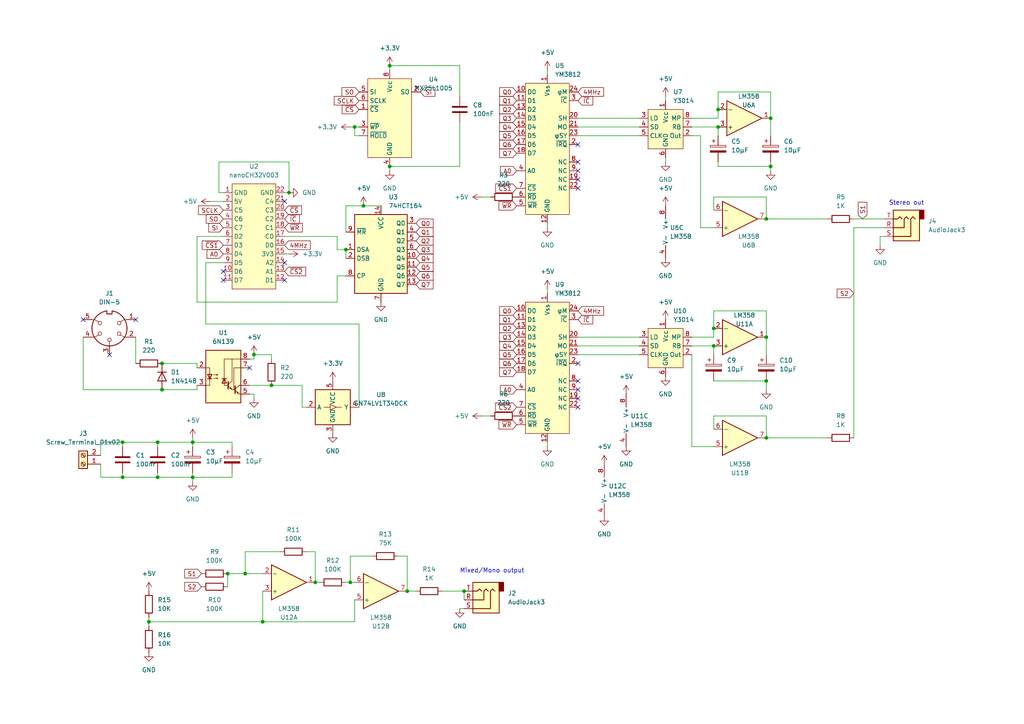
<source format=kicad_sch>
(kicad_sch (version 20230121) (generator eeschema)
  (paper "A4")
  (lib_symbols
    (symbol "74xx:74HC164"
      (property "Reference" "U" (at 1.905 -13.97 0))
      (property "Value" "74HC164" (at 1.905 -16.51 0))
      (symbol "74HC164_0_1"
        (rectangle (start 7.62 10.16) (end -7.62 -12.7) (stroke (width 0.254)) (fill (type background)))
      )
      (symbol "74HC164_1_1"
        (pin input line (at -10.16 0 0) (length 2.54) (name "DSA") (number "1"))
        (pin output line (at 10.16 -2.54 180) (length 2.54) (name "Q4") (number "10"))
        (pin output line (at 10.16 -5.08 180) (length 2.54) (name "Q5") (number "11"))
        (pin output line (at 10.16 -7.62 180) (length 2.54) (name "Q6") (number "12"))
        (pin output line (at 10.16 -10.16 180) (length 2.54) (name "Q7") (number "13"))
        (pin power_in line (at 0 12.7 270) (length 2.54) (name "VCC") (number "14"))
        (pin input line (at -10.16 -2.54 0) (length 2.54) (name "DSB") (number "2"))
        (pin output line (at 10.16 7.62 180) (length 2.54) (name "Q0") (number "3"))
        (pin output line (at 10.16 5.08 180) (length 2.54) (name "Q1") (number "4"))
        (pin output line (at 10.16 2.54 180) (length 2.54) (name "Q2") (number "5"))
        (pin output line (at 10.16 0 180) (length 2.54) (name "Q3") (number "6"))
        (pin power_in line (at 0 -15.24 90) (length 2.54) (name "GND") (number "7"))
        (pin input line (at -10.16 -7.62 0) (length 2.54) (name "CP") (number "8"))
        (pin input line (at -10.16 5.08 0) (length 2.54) (name "~{MR}") (number "9"))
      )
    )
    (symbol "Amplifier_Operational:LM358" (pin_names (offset 0.127))
      (property "Reference" "U" (at 0 5.08 0))
      (property "Value" "LM358" (at 0 -5.08 0))
      (symbol "LM358_1_1"
        (polyline (pts (xy -5.08 5.08) (xy 5.08 0) (xy -5.08 -5.08) (xy -5.08 5.08)) (stroke (width 0.254)) (fill (type background)))
        (pin output line (at 7.62 0 180) (length 2.54) (name "~") (number "1"))
        (pin input line (at -7.62 -2.54 0) (length 2.54) (name "-") (number "2"))
        (pin input line (at -7.62 2.54 0) (length 2.54) (name "+") (number "3"))
      )
      (symbol "LM358_2_1"
        (polyline (pts (xy -5.08 5.08) (xy 5.08 0) (xy -5.08 -5.08) (xy -5.08 5.08)) (stroke (width 0.254)) (fill (type background)))
        (pin input line (at -7.62 2.54 0) (length 2.54) (name "+") (number "5"))
        (pin input line (at -7.62 -2.54 0) (length 2.54) (name "-") (number "6"))
        (pin output line (at 7.62 0 180) (length 2.54) (name "~") (number "7"))
      )
      (symbol "LM358_3_1"
        (pin power_in line (at -2.54 -7.62 90) (length 3.81) (name "V-") (number "4"))
        (pin power_in line (at -2.54 7.62 270) (length 3.81) (name "V+") (number "8"))
      )
    )
    (symbol "Connector:DIN-5" (pin_names (offset 1.016))
      (property "Reference" "J" (at 3.175 5.715 0))
      (property "Value" "DIN-5" (at 0 -6.35 0))
      (symbol "DIN-5_0_1"
        (arc (start -5.08 0) (mid -3.8609 -3.3364) (end -0.762 -5.08) (stroke (width 0.254)))
        (circle (center -2.794 -1.524) (radius 0.508))
        (circle (center -2.794 1.524) (radius 0.508))
        (polyline (pts (xy 0 5.08) (xy 0 3.81)))
        (polyline (pts (xy -5.08 -2.54) (xy -4.318 -2.54) (xy -3.175 -1.905)))
        (polyline (pts (xy -5.08 2.54) (xy -4.318 2.54) (xy -3.175 1.905)))
        (polyline (pts (xy 5.08 -2.54) (xy 4.318 -2.54) (xy 3.175 -1.905)))
        (polyline (pts (xy 5.08 2.54) (xy 4.318 2.54) (xy 3.175 1.905)))
        (polyline (pts (xy -0.762 -4.953) (xy -0.762 -4.191) (xy 0.762 -4.191) (xy 0.762 -4.953)) (stroke (width 0.254)))
        (circle (center 0 3.302) (radius 0.508))
        (arc (start 0.762 -5.08) (mid 3.8685 -3.343) (end 5.08 0) (stroke (width 0.254)))
        (circle (center 2.794 -1.524) (radius 0.508))
        (circle (center 2.794 1.524) (radius 0.508))
        (arc (start 5.08 0) (mid 0 5.0579) (end -5.08 0) (stroke (width 0.254)))
      )
      (symbol "DIN-5_1_1"
        (pin passive line (at -7.62 -2.54 0) (length 2.54) (name "~") (number "1"))
        (pin passive line (at -7.62 2.54 0) (length 2.54) (name "~") (number "2"))
        (pin passive line (at 0 7.62 270) (length 2.54) (name "~") (number "3"))
        (pin passive line (at 7.62 2.54 180) (length 2.54) (name "~") (number "4"))
        (pin passive line (at 7.62 -2.54 180) (length 2.54) (name "~") (number "5"))
      )
    )
    (symbol "Connector:Screw_Terminal_01x02" (pin_names (offset 1.016) hide)
      (property "Reference" "J" (at 0 2.54 0))
      (property "Value" "Screw_Terminal_01x02" (at 0 -5.08 0))
      (symbol "Screw_Terminal_01x02_1_1"
        (rectangle (start -1.27 1.27) (end 1.27 -3.81) (stroke (width 0.254)) (fill (type background)))
        (circle (center 0 -2.54) (radius 0.635) (stroke (width 0.1524)))
        (polyline (pts (xy -0.5334 -2.2098) (xy 0.3302 -3.048)) (stroke (width 0.1524)))
        (polyline (pts (xy -0.5334 0.3302) (xy 0.3302 -0.508)) (stroke (width 0.1524)))
        (polyline (pts (xy -0.3556 -2.032) (xy 0.508 -2.8702)) (stroke (width 0.1524)))
        (polyline (pts (xy -0.3556 0.508) (xy 0.508 -0.3302)) (stroke (width 0.1524)))
        (circle (center 0 0) (radius 0.635) (stroke (width 0.1524)))
        (pin passive line (at -5.08 0 0) (length 3.81) (name "Pin_1") (number "1"))
        (pin passive line (at -5.08 -2.54 0) (length 3.81) (name "Pin_2") (number "2"))
      )
    )
    (symbol "Connector_Audio:AudioJack3"
      (property "Reference" "J" (at 0 8.89 0))
      (property "Value" "AudioJack3" (at 0 6.35 0))
      (symbol "AudioJack3_0_1"
        (rectangle (start -5.08 -5.08) (end -6.35 -2.54) (stroke (width 0.254)) (fill (type outline)))
        (polyline (pts (xy 0 -2.54) (xy 0.635 -3.175) (xy 1.27 -2.54) (xy 2.54 -2.54)) (stroke (width 0.254)))
        (polyline (pts (xy -1.905 -2.54) (xy -1.27 -3.175) (xy -0.635 -2.54) (xy -0.635 0) (xy 2.54 0)) (stroke (width 0.254)))
        (polyline (pts (xy 2.54 2.54) (xy -2.54 2.54) (xy -2.54 -2.54) (xy -3.175 -3.175) (xy -3.81 -2.54)) (stroke (width 0.254)))
        (rectangle (start 2.54 3.81) (end -5.08 -5.08) (stroke (width 0.254)) (fill (type background)))
      )
      (symbol "AudioJack3_1_1"
        (pin passive line (at 5.08 0 180) (length 2.54) (name "~") (number "R"))
        (pin passive line (at 5.08 2.54 180) (length 2.54) (name "~") (number "S"))
        (pin passive line (at 5.08 -2.54 180) (length 2.54) (name "~") (number "T"))
      )
    )
    (symbol "Device:C" (pin_numbers hide) (pin_names (offset 0.254))
      (property "Reference" "C" (at 0.635 2.54 0))
      (property "Value" "C" (at 0.635 -2.54 0))
      (symbol "C_0_1"
        (polyline (pts (xy -2.032 -0.762) (xy 2.032 -0.762)) (stroke (width 0.508)))
        (polyline (pts (xy -2.032 0.762) (xy 2.032 0.762)) (stroke (width 0.508)))
      )
      (symbol "C_1_1"
        (pin passive line (at 0 3.81 270) (length 2.794) (name "~") (number "1"))
        (pin passive line (at 0 -3.81 90) (length 2.794) (name "~") (number "2"))
      )
    )
    (symbol "Device:C_Polarized" (pin_numbers hide) (pin_names (offset 0.254))
      (property "Reference" "C" (at 0.635 2.54 0))
      (property "Value" "C_Polarized" (at 0.635 -2.54 0))
      (symbol "C_Polarized_0_1"
        (rectangle (start -2.286 0.508) (end 2.286 1.016))
        (polyline (pts (xy -1.778 2.286) (xy -0.762 2.286)))
        (polyline (pts (xy -1.27 2.794) (xy -1.27 1.778)))
        (rectangle (start 2.286 -0.508) (end -2.286 -1.016) (fill (type outline)))
      )
      (symbol "C_Polarized_1_1"
        (pin passive line (at 0 3.81 270) (length 2.794) (name "~") (number "1"))
        (pin passive line (at 0 -3.81 90) (length 2.794) (name "~") (number "2"))
      )
    )
    (symbol "Device:R" (pin_numbers hide) (pin_names (offset 0))
      (property "Reference" "R" (at 2.032 0 90))
      (property "Value" "R" (at 0 0 90))
      (symbol "R_0_1"
        (rectangle (start -1.016 -2.54) (end 1.016 2.54) (stroke (width 0.254)))
      )
      (symbol "R_1_1"
        (pin passive line (at 0 3.81 270) (length 1.27) (name "~") (number "1"))
        (pin passive line (at 0 -3.81 90) (length 1.27) (name "~") (number "2"))
      )
    )
    (symbol "Diode:1N4148" (pin_numbers hide) (pin_names hide)
      (property "Reference" "D" (at 0 2.54 0))
      (property "Value" "1N4148" (at 0 -2.54 0))
      (symbol "1N4148_0_1"
        (polyline (pts (xy -1.27 1.27) (xy -1.27 -1.27)) (stroke (width 0.254)))
        (polyline (pts (xy 1.27 0) (xy -1.27 0)))
        (polyline (pts (xy 1.27 1.27) (xy 1.27 -1.27) (xy -1.27 0) (xy 1.27 1.27)) (stroke (width 0.254)))
      )
      (symbol "1N4148_1_1"
        (pin passive line (at -3.81 0 0) (length 2.54) (name "K") (number "1"))
        (pin passive line (at 3.81 0 180) (length 2.54) (name "A") (number "2"))
      )
    )
    (symbol "Isolator:6N139" (pin_names (offset 1.016) hide)
      (property "Reference" "U" (at -4.064 8.89 0))
      (property "Value" "6N139" (at 2.286 8.89 0))
      (symbol "6N139_0_1"
        (rectangle (start -5.08 7.62) (end 5.08 -7.62) (stroke (width 0.254)) (fill (type background)))
        (polyline (pts (xy -4.572 -0.635) (xy -3.302 -0.635)) (stroke (width 0.254)))
        (polyline (pts (xy 0.889 -0.635) (xy -0.381 -0.635)) (stroke (width 0.254)))
        (polyline (pts (xy 1.397 -2.667) (xy 2.54 -3.81)))
        (polyline (pts (xy 1.397 -2.413) (xy 2.54 -1.27)))
        (polyline (pts (xy 2.54 -3.81) (xy 3.175 -3.81)))
        (polyline (pts (xy 3.429 -3.937) (xy 4.572 -5.08)))
        (polyline (pts (xy 3.429 -3.683) (xy 4.572 -2.54)))
        (polyline (pts (xy 4.572 -5.08) (xy 5.08 -5.08)))
        (polyline (pts (xy 4.572 -2.54) (xy 5.08 -2.54)))
        (polyline (pts (xy 1.397 -1.524) (xy 1.397 -3.556) (xy 1.397 -3.556)) (stroke (width 0.3556)))
        (polyline (pts (xy 2.54 -1.27) (xy 2.54 5.08) (xy 5.08 5.08)))
        (polyline (pts (xy 3.429 -2.794) (xy 3.429 -4.826) (xy 3.429 -4.826)) (stroke (width 0.3556)))
        (polyline (pts (xy 5.08 2.54) (xy 3.048 2.54) (xy 3.048 -3.81)))
        (polyline (pts (xy -5.08 -2.54) (xy -3.937 -2.54) (xy -3.937 2.54) (xy -5.08 2.54)))
        (polyline (pts (xy -3.937 -0.635) (xy -4.572 0.635) (xy -3.302 0.635) (xy -3.937 -0.635)) (stroke (width 0.254)))
        (polyline (pts (xy 0.254 -0.635) (xy 0.889 -1.905) (xy -0.381 -1.905) (xy 0.254 -0.635)) (stroke (width 0.254)))
        (polyline (pts (xy 1.27 -2.54) (xy 0.254 -2.54) (xy 0.254 5.08) (xy 2.54 5.08)))
        (polyline (pts (xy 2.413 -3.683) (xy 2.159 -3.175) (xy 1.905 -3.429) (xy 2.413 -3.683)))
        (polyline (pts (xy 4.445 -4.953) (xy 4.191 -4.445) (xy 3.937 -4.699) (xy 4.445 -4.953)))
        (polyline (pts (xy -2.794 -0.508) (xy -1.524 -0.508) (xy -1.905 -0.635) (xy -1.905 -0.381) (xy -1.524 -0.508)))
        (polyline (pts (xy -2.794 0.508) (xy -1.524 0.508) (xy -1.905 0.381) (xy -1.905 0.635) (xy -1.524 0.508)))
      )
      (symbol "6N139_1_1"
        (pin no_connect line (at -5.08 5.08 0) (length 2.54) hide (name "NC") (number "1"))
        (pin passive line (at -7.62 2.54 0) (length 2.54) (name "C1") (number "2"))
        (pin passive line (at -7.62 -2.54 0) (length 2.54) (name "C2") (number "3"))
        (pin no_connect line (at -5.08 -5.08 0) (length 2.54) hide (name "NC") (number "4"))
        (pin passive line (at 7.62 -5.08 180) (length 2.54) (name "GND") (number "5"))
        (pin passive line (at 7.62 -2.54 180) (length 2.54) (name "VO2") (number "6"))
        (pin passive line (at 7.62 2.54 180) (length 2.54) (name "VO1") (number "7"))
        (pin passive line (at 7.62 5.08 180) (length 2.54) (name "VCC") (number "8"))
      )
    )
    (symbol "Logic_LevelTranslator:SN74LV1T34DCK"
      (property "Reference" "U" (at 5.08 6.35 0))
      (property "Value" "SN74LV1T34DCK" (at 5.08 3.81 0))
      (symbol "SN74LV1T34DCK_0_1"
        (rectangle (start -5.08 5.08) (end 5.08 -5.08) (stroke (width 0.254)) (fill (type background)))
        (polyline (pts (xy -0.762 0) (xy -2.54 0)))
        (polyline (pts (xy 1.016 0) (xy 2.54 0)))
      )
      (symbol "SN74LV1T34DCK_1_1"
        (polyline (pts (xy -0.762 -0.762) (xy -0.762 0.762) (xy 1.016 0) (xy -0.762 -0.762)))
        (pin no_connect line (at -5.08 2.54 0) (length 2.54) hide (name "NC") (number "1"))
        (pin input line (at -7.62 0 0) (length 2.54) (name "A") (number "2"))
        (pin power_in line (at 0 -7.62 90) (length 2.54) (name "GND") (number "3"))
        (pin output line (at 7.62 0 180) (length 2.54) (name "Y") (number "4"))
        (pin power_in line (at 0 7.62 270) (length 2.54) (name "VCC") (number "5"))
      )
    )
    (symbol "TholinsStuff:MX25L1005"
      (property "Reference" "U" (at 0 0 0))
      (property "Value" "MX25L1005" (at 0 0 0))
      (symbol "MX25L1005_0_1"
        (rectangle (start -6.35 -3.81) (end 6.35 -26.67) (fill (type background)))
      )
      (symbol "MX25L1005_1_1"
        (pin input line (at -8.89 -12.7 0) (length 2.54) (name "~{CS}") (number "1"))
        (pin output line (at 8.89 -7.62 180) (length 2.54) (name "SO") (number "2"))
        (pin input line (at -8.89 -17.78 0) (length 2.54) (name "~{WP}") (number "3"))
        (pin input line (at 0 -29.21 90) (length 2.54) (name "GND") (number "4"))
        (pin input line (at -8.89 -7.62 0) (length 2.54) (name "SI") (number "5"))
        (pin input line (at -8.89 -10.16 0) (length 2.54) (name "SCLK") (number "6"))
        (pin input line (at -8.89 -20.32 0) (length 2.54) (name "~{HOLD}") (number "7"))
        (pin input line (at 0 -1.27 270) (length 2.54) (name "Vcc") (number "8"))
      )
    )
    (symbol "TholinsStuff:Y3014"
      (property "Reference" "U" (at 0 0 0))
      (property "Value" "Y3014" (at 0 0 0))
      (symbol "Y3014_1_1"
        (rectangle (start -5.08 -3.81) (end 5.08 -15.24) (fill (type background)))
        (pin power_in line (at 0 -1.27 270) (length 2.54) (name "Vcc") (number "1"))
        (pin output line (at 7.62 -11.43 180) (length 2.54) (name "Out") (number "2"))
        (pin input line (at -7.62 -6.35 0) (length 2.54) (name "LD") (number "3"))
        (pin input line (at -7.62 -8.89 0) (length 2.54) (name "SD") (number "4"))
        (pin input line (at -7.62 -11.43 0) (length 2.54) (name "CLK") (number "5"))
        (pin power_in line (at 0 -17.78 90) (length 2.54) (name "GND") (number "6"))
        (pin output line (at 7.62 -8.89 180) (length 2.54) (name "RB") (number "7"))
        (pin input line (at 7.62 -6.35 180) (length 2.54) (name "MP") (number "8"))
      )
    )
    (symbol "TholinsStuff:YM3812"
      (property "Reference" "U" (at 0 0 0))
      (property "Value" "YM3812" (at 0 0 0))
      (symbol "YM3812_1_1"
        (rectangle (start -6.35 -3.81) (end 6.35 -41.91) (fill (type background)))
        (pin power_in line (at 0 -1.27 270) (length 2.54) (name "Vss") (number "1"))
        (pin tri_state line (at -8.89 -6.35 0) (length 2.54) (name "D0") (number "10"))
        (pin tri_state line (at -8.89 -8.89 0) (length 2.54) (name "D1") (number "11"))
        (pin power_in line (at 0 -44.45 90) (length 2.54) (name "GND") (number "12"))
        (pin tri_state line (at -8.89 -11.43 0) (length 2.54) (name "D2") (number "13"))
        (pin tri_state line (at -8.89 -13.97 0) (length 2.54) (name "D3") (number "14"))
        (pin tri_state line (at -8.89 -16.51 0) (length 2.54) (name "D4") (number "15"))
        (pin tri_state line (at -8.89 -19.05 0) (length 2.54) (name "D5") (number "16"))
        (pin tri_state line (at -8.89 -21.59 0) (length 2.54) (name "D6") (number "17"))
        (pin tri_state line (at -8.89 -24.13 0) (length 2.54) (name "D7") (number "18"))
        (pin passive line (at 8.89 -31.75 180) (length 2.54) (name "NC") (number "19"))
        (pin output line (at 8.89 -21.59 180) (length 2.54) (name "~{IRQ}") (number "2"))
        (pin output line (at 8.89 -13.97 180) (length 2.54) (name "SH") (number "20"))
        (pin output line (at 8.89 -16.51 180) (length 2.54) (name "MO") (number "21"))
        (pin passive line (at 8.89 -34.29 180) (length 2.54) (name "NC") (number "22"))
        (pin output line (at 8.89 -19.05 180) (length 2.54) (name "φSY") (number "23"))
        (pin input line (at 8.89 -6.35 180) (length 2.54) (name "φM") (number "24"))
        (pin input line (at 8.89 -8.89 180) (length 2.54) (name "~{IC}") (number "3"))
        (pin input line (at -8.89 -29.21 0) (length 2.54) (name "A0") (number "4"))
        (pin input line (at -8.89 -39.37 0) (length 2.54) (name "~{WR}") (number "5"))
        (pin input line (at -8.89 -36.83 0) (length 2.54) (name "~{RD}") (number "6"))
        (pin input line (at -8.89 -34.29 0) (length 2.54) (name "~{CS}") (number "7"))
        (pin passive line (at 8.89 -26.67 180) (length 2.54) (name "NC") (number "8"))
        (pin passive line (at 8.89 -29.21 180) (length 2.54) (name "NC") (number "9"))
      )
    )
    (symbol "TholinsStuff:nanoCH32V003"
      (property "Reference" "U" (at 0 0 0))
      (property "Value" "nanoCH32V003" (at 0 0 0))
      (symbol "nanoCH32V003_1_1"
        (rectangle (start -6.35 -1.27) (end 6.35 -31.75) (fill (type background)))
        (pin power_in line (at -8.89 -3.81 0) (length 2.54) (name "GND") (number "1"))
        (pin tri_state line (at -8.89 -26.67 0) (length 2.54) (name "D6") (number "10"))
        (pin tri_state line (at -8.89 -29.21 0) (length 2.54) (name "D7") (number "11"))
        (pin tri_state line (at 8.89 -29.21 180) (length 2.54) (name "D1") (number "12"))
        (pin tri_state line (at 8.89 -26.67 180) (length 2.54) (name "A1") (number "13"))
        (pin tri_state line (at 8.89 -24.13 180) (length 2.54) (name "A2") (number "14"))
        (pin power_out line (at 8.89 -21.59 180) (length 2.54) (name "3V3") (number "15"))
        (pin tri_state line (at 8.89 -19.05 180) (length 2.54) (name "D0") (number "16"))
        (pin tri_state line (at 8.89 -16.51 180) (length 2.54) (name "C0") (number "17"))
        (pin tri_state line (at 8.89 -13.97 180) (length 2.54) (name "C1") (number "18"))
        (pin tri_state line (at 8.89 -11.43 180) (length 2.54) (name "C2") (number "19"))
        (pin power_in line (at -8.89 -6.35 0) (length 2.54) (name "5V") (number "2"))
        (pin tri_state line (at 8.89 -8.89 180) (length 2.54) (name "C3") (number "20"))
        (pin tri_state line (at 8.89 -6.35 180) (length 2.54) (name "C4") (number "21"))
        (pin power_in line (at 8.89 -3.81 180) (length 2.54) (name "GND") (number "22"))
        (pin tri_state line (at -8.89 -8.89 0) (length 2.54) (name "C5") (number "3"))
        (pin tri_state line (at -8.89 -11.43 0) (length 2.54) (name "C6") (number "4"))
        (pin tri_state line (at -8.89 -13.97 0) (length 2.54) (name "C7") (number "5"))
        (pin tri_state line (at -8.89 -16.51 0) (length 2.54) (name "D2") (number "6"))
        (pin tri_state line (at -8.89 -19.05 0) (length 2.54) (name "D3") (number "7"))
        (pin tri_state line (at -8.89 -21.59 0) (length 2.54) (name "D4") (number "8"))
        (pin tri_state line (at -8.89 -24.13 0) (length 2.54) (name "D5") (number "9"))
      )
    )
    (symbol "power:+3.3V" (power) (pin_names (offset 0))
      (property "Value" "+3.3V" (at 0 3.556 0))
      (symbol "+3.3V_0_1"
        (polyline (pts (xy -0.762 1.27) (xy 0 2.54)))
        (polyline (pts (xy 0 0) (xy 0 2.54)))
        (polyline (pts (xy 0 2.54) (xy 0.762 1.27)))
      )
      (symbol "+3.3V_1_1"
        (pin power_in line (at 0 0 90) (length 0) hide (name "+3.3V") (number "1"))
      )
    )
    (symbol "power:+5V" (power) (pin_names (offset 0))
      (property "Value" "+5V" (at 0 3.556 0))
      (symbol "+5V_0_1"
        (polyline (pts (xy -0.762 1.27) (xy 0 2.54)))
        (polyline (pts (xy 0 0) (xy 0 2.54)))
        (polyline (pts (xy 0 2.54) (xy 0.762 1.27)))
      )
      (symbol "+5V_1_1"
        (pin power_in line (at 0 0 90) (length 0) hide (name "+5V") (number "1"))
      )
    )
    (symbol "power:GND" (power) (pin_names (offset 0))
      (property "Value" "GND" (at 0 -3.81 0))
      (symbol "GND_0_1"
        (polyline (pts (xy 0 0) (xy 0 -1.27) (xy 1.27 -1.27) (xy 0 -2.54) (xy -1.27 -1.27) (xy 0 -1.27)))
      )
      (symbol "GND_1_1"
        (pin power_in line (at 0 0 270) (length 0) hide (name "GND") (number "1"))
      )
    )
  )
  (junction (at 66.04 166.37))
  (junction (at 222.25 110.49))
  (junction (at 55.88 138.43))
  (junction (at 83.82 55.88))
  (junction (at 71.12 166.37))
  (junction (at 223.52 48.26))
  (junction (at 55.88 128.27))
  (junction (at 113.03 48.26))
  (junction (at 134.62 171.45))
  (junction (at 207.01 100.33))
  (junction (at 102.87 36.83))
  (junction (at 223.52 34.29))
  (junction (at 43.18 180.34))
  (junction (at 118.11 171.45))
  (junction (at 207.01 95.25))
  (junction (at 222.25 127))
  (junction (at 35.56 138.43))
  (junction (at 46.99 105.41))
  (junction (at 76.2 180.34))
  (junction (at 78.74 111.76))
  (junction (at 45.72 128.27))
  (junction (at 45.72 138.43))
  (junction (at 100.33 72.39))
  (junction (at 113.03 19.05))
  (junction (at 35.56 128.27))
  (junction (at 101.6 168.91))
  (junction (at 73.66 102.87))
  (junction (at 222.25 63.5))
  (junction (at 208.28 36.83))
  (junction (at 105.41 59.69))
  (junction (at 46.99 113.03))
  (junction (at 222.25 97.79))
  (junction (at 91.44 168.91))
  (junction (at 208.28 31.75))
  (no_connect (at 167.64 105.41))
  (no_connect (at 167.64 54.61))
  (no_connect (at 82.55 76.2))
  (no_connect (at 31.75 102.87))
  (no_connect (at 167.64 46.99))
  (no_connect (at 167.64 110.49))
  (no_connect (at 64.77 81.28))
  (no_connect (at 167.64 118.11))
  (no_connect (at 167.64 113.03))
  (no_connect (at 82.55 58.42))
  (no_connect (at 72.39 106.68))
  (no_connect (at 167.64 115.57))
  (no_connect (at 24.13 92.71))
  (no_connect (at 64.77 78.74))
  (no_connect (at 167.64 52.07))
  (no_connect (at 167.64 49.53))
  (no_connect (at 39.37 92.71))
  (no_connect (at 82.55 81.28))
  (no_connect (at 167.64 41.91))
  (wire (pts (xy 134.62 173.99) (xy 134.62 171.45)))
  (wire (pts (xy 59.69 93.98) (xy 104.14 93.98)))
  (wire (pts (xy 104.14 93.98) (xy 104.14 118.11)))
  (wire (pts (xy 87.63 111.76) (xy 87.63 118.11)))
  (wire (pts (xy 203.2 39.37) (xy 203.2 66.04)))
  (wire (pts (xy 247.65 63.5) (xy 256.54 63.5)))
  (wire (pts (xy 35.56 128.27) (xy 45.72 128.27)))
  (wire (pts (xy 97.79 87.63) (xy 97.79 80.01)))
  (wire (pts (xy 82.55 55.88) (xy 83.82 55.88)))
  (wire (pts (xy 64.77 68.58) (xy 57.15 68.58)))
  (wire (pts (xy 118.11 171.45) (xy 120.65 171.45)))
  (wire (pts (xy 97.79 68.58) (xy 97.79 72.39)))
  (wire (pts (xy 200.66 100.33) (xy 207.01 100.33)))
  (wire (pts (xy 91.44 160.02) (xy 91.44 168.91)))
  (wire (pts (xy 207.01 90.17) (xy 207.01 95.25)))
  (wire (pts (xy 158.75 66.04) (xy 158.75 64.77)))
  (wire (pts (xy 222.25 113.03) (xy 222.25 110.49)))
  (wire (pts (xy 29.21 138.43) (xy 35.56 138.43)))
  (wire (pts (xy 223.52 34.29) (xy 223.52 26.67)))
  (wire (pts (xy 223.52 48.26) (xy 223.52 49.53)))
  (wire (pts (xy 45.72 137.16) (xy 45.72 138.43)))
  (wire (pts (xy 73.66 102.87) (xy 78.74 102.87)))
  (wire (pts (xy 102.87 180.34) (xy 76.2 180.34)))
  (wire (pts (xy 57.15 113.03) (xy 57.15 111.76)))
  (wire (pts (xy 67.31 138.43) (xy 55.88 138.43)))
  (wire (pts (xy 222.25 127) (xy 240.03 127)))
  (wire (pts (xy 222.25 120.65) (xy 222.25 127)))
  (wire (pts (xy 142.24 120.65) (xy 139.7 120.65)))
  (wire (pts (xy 107.95 161.29) (xy 101.6 161.29)))
  (wire (pts (xy 82.55 68.58) (xy 97.79 68.58)))
  (wire (pts (xy 29.21 134.62) (xy 29.21 138.43)))
  (wire (pts (xy 255.27 71.12) (xy 255.27 68.58)))
  (wire (pts (xy 207.01 124.46) (xy 207.01 120.65)))
  (wire (pts (xy 223.52 26.67) (xy 208.28 26.67)))
  (wire (pts (xy 208.28 26.67) (xy 208.28 31.75)))
  (wire (pts (xy 167.64 39.37) (xy 185.42 39.37)))
  (wire (pts (xy 39.37 97.79) (xy 39.37 105.41)))
  (wire (pts (xy 193.04 45.72) (xy 193.04 46.99)))
  (wire (pts (xy 35.56 137.16) (xy 35.56 138.43)))
  (wire (pts (xy 67.31 129.54) (xy 67.31 128.27)))
  (wire (pts (xy 133.35 176.53) (xy 134.62 176.53)))
  (wire (pts (xy 100.33 72.39) (xy 100.33 74.93)))
  (wire (pts (xy 100.33 67.31) (xy 100.33 59.69)))
  (wire (pts (xy 97.79 80.01) (xy 100.33 80.01)))
  (wire (pts (xy 60.96 58.42) (xy 64.77 58.42)))
  (wire (pts (xy 133.35 48.26) (xy 113.03 48.26)))
  (wire (pts (xy 57.15 68.58) (xy 57.15 87.63)))
  (wire (pts (xy 73.66 102.87) (xy 73.66 104.14)))
  (wire (pts (xy 200.66 97.79) (xy 207.01 97.79)))
  (wire (pts (xy 83.82 46.99) (xy 83.82 55.88)))
  (wire (pts (xy 45.72 128.27) (xy 55.88 128.27)))
  (wire (pts (xy 29.21 132.08) (xy 29.21 128.27)))
  (wire (pts (xy 222.25 57.15) (xy 207.01 57.15)))
  (wire (pts (xy 200.66 39.37) (xy 203.2 39.37)))
  (wire (pts (xy 104.14 39.37) (xy 102.87 39.37)))
  (wire (pts (xy 101.6 36.83) (xy 102.87 36.83)))
  (wire (pts (xy 158.75 129.54) (xy 158.75 128.27)))
  (wire (pts (xy 88.9 160.02) (xy 91.44 160.02)))
  (wire (pts (xy 200.66 129.54) (xy 207.01 129.54)))
  (wire (pts (xy 72.39 111.76) (xy 78.74 111.76)))
  (wire (pts (xy 133.35 27.94) (xy 133.35 19.05)))
  (wire (pts (xy 78.74 102.87) (xy 78.74 104.14)))
  (wire (pts (xy 207.01 57.15) (xy 207.01 60.96)))
  (wire (pts (xy 208.28 46.99) (xy 208.28 48.26)))
  (wire (pts (xy 200.66 102.87) (xy 200.66 129.54)))
  (wire (pts (xy 167.64 36.83) (xy 185.42 36.83)))
  (wire (pts (xy 76.2 171.45) (xy 76.2 180.34)))
  (wire (pts (xy 66.04 166.37) (xy 66.04 170.18)))
  (wire (pts (xy 207.01 120.65) (xy 222.25 120.65)))
  (wire (pts (xy 59.69 76.2) (xy 59.69 93.98)))
  (wire (pts (xy 113.03 19.05) (xy 113.03 20.32)))
  (wire (pts (xy 167.64 100.33) (xy 185.42 100.33)))
  (wire (pts (xy 71.12 160.02) (xy 71.12 166.37)))
  (wire (pts (xy 142.24 57.15) (xy 139.7 57.15)))
  (wire (pts (xy 133.35 35.56) (xy 133.35 48.26)))
  (wire (pts (xy 76.2 180.34) (xy 43.18 180.34)))
  (wire (pts (xy 247.65 66.04) (xy 247.65 127)))
  (wire (pts (xy 255.27 68.58) (xy 256.54 68.58)))
  (wire (pts (xy 134.62 171.45) (xy 128.27 171.45)))
  (wire (pts (xy 167.64 97.79) (xy 185.42 97.79)))
  (wire (pts (xy 158.75 83.82) (xy 158.75 85.09)))
  (wire (pts (xy 200.66 36.83) (xy 208.28 36.83)))
  (wire (pts (xy 115.57 161.29) (xy 118.11 161.29)))
  (wire (pts (xy 222.25 97.79) (xy 222.25 90.17)))
  (wire (pts (xy 102.87 39.37) (xy 102.87 36.83)))
  (wire (pts (xy 73.66 104.14) (xy 72.39 104.14)))
  (wire (pts (xy 46.99 113.03) (xy 57.15 113.03)))
  (wire (pts (xy 45.72 138.43) (xy 55.88 138.43)))
  (wire (pts (xy 73.66 114.3) (xy 73.66 115.57)))
  (wire (pts (xy 71.12 166.37) (xy 66.04 166.37)))
  (wire (pts (xy 102.87 173.99) (xy 102.87 180.34)))
  (wire (pts (xy 45.72 128.27) (xy 45.72 129.54)))
  (wire (pts (xy 82.55 73.66) (xy 83.82 73.66)))
  (wire (pts (xy 64.77 55.88) (xy 63.5 55.88)))
  (wire (pts (xy 63.5 55.88) (xy 63.5 46.99)))
  (wire (pts (xy 222.25 63.5) (xy 240.03 63.5)))
  (wire (pts (xy 87.63 111.76) (xy 78.74 111.76)))
  (wire (pts (xy 57.15 87.63) (xy 97.79 87.63)))
  (wire (pts (xy 118.11 161.29) (xy 118.11 171.45)))
  (wire (pts (xy 158.75 20.32) (xy 158.75 21.59)))
  (wire (pts (xy 208.28 36.83) (xy 208.28 39.37)))
  (wire (pts (xy 76.2 166.37) (xy 71.12 166.37)))
  (wire (pts (xy 55.88 138.43) (xy 55.88 139.7)))
  (wire (pts (xy 46.99 105.41) (xy 57.15 105.41)))
  (wire (pts (xy 57.15 105.41) (xy 57.15 106.68)))
  (wire (pts (xy 113.03 48.26) (xy 113.03 49.53)))
  (wire (pts (xy 102.87 168.91) (xy 101.6 168.91)))
  (wire (pts (xy 203.2 66.04) (xy 207.01 66.04)))
  (wire (pts (xy 256.54 66.04) (xy 247.65 66.04)))
  (wire (pts (xy 67.31 128.27) (xy 55.88 128.27)))
  (wire (pts (xy 29.21 128.27) (xy 35.56 128.27)))
  (wire (pts (xy 24.13 113.03) (xy 46.99 113.03)))
  (wire (pts (xy 207.01 97.79) (xy 207.01 95.25)))
  (wire (pts (xy 35.56 138.43) (xy 45.72 138.43)))
  (wire (pts (xy 55.88 127) (xy 55.88 128.27)))
  (wire (pts (xy 167.64 34.29) (xy 185.42 34.29)))
  (wire (pts (xy 208.28 48.26) (xy 223.52 48.26)))
  (wire (pts (xy 193.04 27.94) (xy 193.04 29.21)))
  (wire (pts (xy 55.88 128.27) (xy 55.88 129.54)))
  (wire (pts (xy 81.28 160.02) (xy 71.12 160.02)))
  (wire (pts (xy 35.56 129.54) (xy 35.56 128.27)))
  (wire (pts (xy 200.66 34.29) (xy 208.28 34.29)))
  (wire (pts (xy 64.77 76.2) (xy 59.69 76.2)))
  (wire (pts (xy 223.52 46.99) (xy 223.52 48.26)))
  (wire (pts (xy 208.28 34.29) (xy 208.28 31.75)))
  (wire (pts (xy 133.35 19.05) (xy 113.03 19.05)))
  (wire (pts (xy 97.79 72.39) (xy 100.33 72.39)))
  (wire (pts (xy 67.31 137.16) (xy 67.31 138.43)))
  (wire (pts (xy 223.52 34.29) (xy 223.52 39.37)))
  (wire (pts (xy 207.01 100.33) (xy 207.01 102.87)))
  (wire (pts (xy 222.25 110.49) (xy 207.01 110.49)))
  (wire (pts (xy 100.33 59.69) (xy 105.41 59.69)))
  (wire (pts (xy 63.5 46.99) (xy 83.82 46.99)))
  (wire (pts (xy 105.41 59.69) (xy 110.49 59.69)))
  (wire (pts (xy 167.64 102.87) (xy 185.42 102.87)))
  (wire (pts (xy 72.39 114.3) (xy 73.66 114.3)))
  (wire (pts (xy 102.87 36.83) (xy 104.14 36.83)))
  (wire (pts (xy 222.25 63.5) (xy 222.25 57.15)))
  (wire (pts (xy 222.25 97.79) (xy 222.25 102.87)))
  (wire (pts (xy 43.18 179.07) (xy 43.18 180.34)))
  (wire (pts (xy 91.44 168.91) (xy 92.71 168.91)))
  (wire (pts (xy 24.13 97.79) (xy 24.13 113.03)))
  (wire (pts (xy 222.25 90.17) (xy 207.01 90.17)))
  (wire (pts (xy 87.63 118.11) (xy 88.9 118.11)))
  (wire (pts (xy 43.18 180.34) (xy 43.18 181.61)))
  (wire (pts (xy 101.6 168.91) (xy 100.33 168.91)))
  (wire (pts (xy 101.6 161.29) (xy 101.6 168.91)))
  (wire (pts (xy 55.88 137.16) (xy 55.88 138.43)))
  (text "Mixed/Mono output" (at 133.35 166.37 0) (effects (font (size 1.27 1.27)) (justify left bottom)))
  (text "Stereo out" (at 257.81 59.69 0) (effects (font (size 1.27 1.27)) (justify left bottom)))
  (global_label "Q0" (shape input) (at 149.86 90.17 180) (property "Intersheetrefs" "${INTERSHEET_REFS}" (effects hide)))
  (global_label "Q3" (shape input) (at 149.86 34.29 180) (property "Intersheetrefs" "${INTERSHEET_REFS}" (effects hide)))
  (global_label "SI" (shape input) (at 121.92 26.67 0) (property "Intersheetrefs" "${INTERSHEET_REFS}" (effects hide)))
  (global_label "~{CS1}" (shape input) (at 64.77 71.12 180) (property "Intersheetrefs" "${INTERSHEET_REFS}" (effects hide)))
  (global_label "SO" (shape input) (at 104.14 26.67 180) (property "Intersheetrefs" "${INTERSHEET_REFS}" (effects hide)))
  (global_label "Q1" (shape input) (at 120.65 67.31 0) (property "Intersheetrefs" "${INTERSHEET_REFS}" (effects hide)))
  (global_label "Q3" (shape input) (at 149.86 97.79 180) (property "Intersheetrefs" "${INTERSHEET_REFS}" (effects hide)))
  (global_label "~{CS2}" (shape input) (at 149.86 118.11 180) (property "Intersheetrefs" "${INTERSHEET_REFS}" (effects hide)))
  (global_label "~{WR}" (shape input) (at 82.55 66.04 0) (property "Intersheetrefs" "${INTERSHEET_REFS}" (effects hide)))
  (global_label "Q2" (shape input) (at 149.86 95.25 180) (property "Intersheetrefs" "${INTERSHEET_REFS}" (effects hide)))
  (global_label "SCLK" (shape input) (at 64.77 60.96 180) (property "Intersheetrefs" "${INTERSHEET_REFS}" (effects hide)))
  (global_label "Q7" (shape input) (at 149.86 107.95 180) (property "Intersheetrefs" "${INTERSHEET_REFS}" (effects hide)))
  (global_label "S1" (shape input) (at 250.19 63.5 90) (property "Intersheetrefs" "${INTERSHEET_REFS}" (effects hide)))
  (global_label "Q1" (shape input) (at 149.86 92.71 180) (property "Intersheetrefs" "${INTERSHEET_REFS}" (effects hide)))
  (global_label "Q5" (shape input) (at 120.65 77.47 0) (property "Intersheetrefs" "${INTERSHEET_REFS}" (effects hide)))
  (global_label "Q6" (shape input) (at 120.65 80.01 0) (property "Intersheetrefs" "${INTERSHEET_REFS}" (effects hide)))
  (global_label "~{CS2}" (shape input) (at 82.55 78.74 0) (property "Intersheetrefs" "${INTERSHEET_REFS}" (effects hide)))
  (global_label "Q4" (shape input) (at 149.86 36.83 180) (property "Intersheetrefs" "${INTERSHEET_REFS}" (effects hide)))
  (global_label "Q2" (shape input) (at 120.65 69.85 0) (property "Intersheetrefs" "${INTERSHEET_REFS}" (effects hide)))
  (global_label "Q3" (shape input) (at 120.65 72.39 0) (property "Intersheetrefs" "${INTERSHEET_REFS}" (effects hide)))
  (global_label "Q1" (shape input) (at 149.86 29.21 180) (property "Intersheetrefs" "${INTERSHEET_REFS}" (effects hide)))
  (global_label "Q2" (shape input) (at 149.86 31.75 180) (property "Intersheetrefs" "${INTERSHEET_REFS}" (effects hide)))
  (global_label "SCLK" (shape input) (at 104.14 29.21 180) (property "Intersheetrefs" "${INTERSHEET_REFS}" (effects hide)))
  (global_label "Q0" (shape input) (at 120.65 64.77 0) (property "Intersheetrefs" "${INTERSHEET_REFS}" (effects hide)))
  (global_label "SI" (shape input) (at 64.77 66.04 180) (property "Intersheetrefs" "${INTERSHEET_REFS}" (effects hide)))
  (global_label "S2" (shape input) (at 247.65 85.09 180) (property "Intersheetrefs" "${INTERSHEET_REFS}" (effects hide)))
  (global_label "A0" (shape input) (at 149.86 113.03 180) (property "Intersheetrefs" "${INTERSHEET_REFS}" (effects hide)))
  (global_label "Q6" (shape input) (at 149.86 41.91 180) (property "Intersheetrefs" "${INTERSHEET_REFS}" (effects hide)))
  (global_label "Q0" (shape input) (at 149.86 26.67 180) (property "Intersheetrefs" "${INTERSHEET_REFS}" (effects hide)))
  (global_label "4MHz" (shape input) (at 82.55 71.12 0) (property "Intersheetrefs" "${INTERSHEET_REFS}" (effects hide)))
  (global_label "~{IC}" (shape input) (at 167.64 29.21 0) (property "Intersheetrefs" "${INTERSHEET_REFS}" (effects hide)))
  (global_label "S1" (shape input) (at 58.42 166.37 180) (property "Intersheetrefs" "${INTERSHEET_REFS}" (effects hide)))
  (global_label "4MHz" (shape input) (at 167.64 26.67 0) (property "Intersheetrefs" "${INTERSHEET_REFS}" (effects hide)))
  (global_label "~{CS}" (shape input) (at 104.14 31.75 180) (property "Intersheetrefs" "${INTERSHEET_REFS}" (effects hide)))
  (global_label "~{WR}" (shape input) (at 149.86 123.19 180) (property "Intersheetrefs" "${INTERSHEET_REFS}" (effects hide)))
  (global_label "~{WR}" (shape input) (at 149.86 59.69 180) (property "Intersheetrefs" "${INTERSHEET_REFS}" (effects hide)))
  (global_label "SO" (shape input) (at 64.77 63.5 180) (property "Intersheetrefs" "${INTERSHEET_REFS}" (effects hide)))
  (global_label "Q6" (shape input) (at 149.86 105.41 180) (property "Intersheetrefs" "${INTERSHEET_REFS}" (effects hide)))
  (global_label "Q5" (shape input) (at 149.86 102.87 180) (property "Intersheetrefs" "${INTERSHEET_REFS}" (effects hide)))
  (global_label "~{CS1}" (shape input) (at 149.86 54.61 180) (property "Intersheetrefs" "${INTERSHEET_REFS}" (effects hide)))
  (global_label "Q4" (shape input) (at 120.65 74.93 0) (property "Intersheetrefs" "${INTERSHEET_REFS}" (effects hide)))
  (global_label "Q7" (shape input) (at 120.65 82.55 0) (property "Intersheetrefs" "${INTERSHEET_REFS}" (effects hide)))
  (global_label "Q7" (shape input) (at 149.86 44.45 180) (property "Intersheetrefs" "${INTERSHEET_REFS}" (effects hide)))
  (global_label "4MHz" (shape input) (at 167.64 90.17 0) (property "Intersheetrefs" "${INTERSHEET_REFS}" (effects hide)))
  (global_label "Q5" (shape input) (at 149.86 39.37 180) (property "Intersheetrefs" "${INTERSHEET_REFS}" (effects hide)))
  (global_label "A0" (shape input) (at 149.86 49.53 180) (property "Intersheetrefs" "${INTERSHEET_REFS}" (effects hide)))
  (global_label "S2" (shape input) (at 58.42 170.18 180) (property "Intersheetrefs" "${INTERSHEET_REFS}" (effects hide)))
  (global_label "A0" (shape input) (at 64.77 73.66 180) (property "Intersheetrefs" "${INTERSHEET_REFS}" (effects hide)))
  (global_label "~{CS}" (shape input) (at 82.55 60.96 0) (property "Intersheetrefs" "${INTERSHEET_REFS}" (effects hide)))
  (global_label "Q4" (shape input) (at 149.86 100.33 180) (property "Intersheetrefs" "${INTERSHEET_REFS}" (effects hide)))
  (global_label "~{IC}" (shape input) (at 82.55 63.5 0) (property "Intersheetrefs" "${INTERSHEET_REFS}" (effects hide)))
  (global_label "~{IC}" (shape input) (at 167.64 92.71 0) (property "Intersheetrefs" "${INTERSHEET_REFS}" (effects hide)))
  (symbol (lib_id "power:+3.3V") (at 101.6 36.83 90) (unit 1)
    (property "Reference" "#PWR08" (effects hide))
    (property "Value" "+3.3V" (at 97.79 36.83 90) (effects (justify left)))
  )
  (symbol (lib_id "power:+5V") (at 105.41 59.69 0) (unit 1)
    (property "Reference" "#PWR02" (effects hide))
    (property "Value" "+5V" (at 105.41 54.61 0))
  )
  (symbol (lib_id "Device:R") (at 62.23 170.18 270) (unit 1)
    (property "Reference" "R10" (at 62.23 173.99 90))
    (property "Value" "100K" (at 62.23 176.53 90))
    (property "Footprint" "Resistor_THT:R_Axial_DIN0204_L3.6mm_D1.6mm_P7.62mm_Horizontal" (effects hide))
  )
  (symbol (lib_id "Device:R") (at 43.18 185.42 0) (unit 1)
    (property "Reference" "R16" (at 45.72 184.15 0) (effects (justify left)))
    (property "Value" "10K" (at 45.72 186.69 0) (effects (justify left)))
    (property "Footprint" "Resistor_THT:R_Axial_DIN0204_L3.6mm_D1.6mm_P7.62mm_Horizontal" (effects hide))
  )
  (symbol (lib_id "Device:R") (at 146.05 120.65 270) (unit 1)
    (property "Reference" "R6" (at 146.05 114.3 90))
    (property "Value" "220" (at 146.05 116.84 90))
    (property "Footprint" "Resistor_THT:R_Axial_DIN0204_L3.6mm_D1.6mm_P7.62mm_Horizontal" (effects hide))
  )
  (symbol (lib_id "Amplifier_Operational:LM358") (at 110.49 171.45 0) (mirror x) (unit 2)
    (property "Reference" "U12" (at 110.49 181.61 0))
    (property "Value" "LM358" (at 110.49 179.07 0))
    (property "Footprint" "Package_DIP:DIP-8_W7.62mm" (effects hide))
    (property "Datasheet" "http://www.ti.com/lit/ds/symlink/lm2904-n.pdf" (effects hide))
  )
  (symbol (lib_id "Device:C") (at 35.56 133.35 0) (unit 1)
    (property "Reference" "C1" (at 39.37 132.08 0) (effects (justify left)))
    (property "Value" "100nF" (at 39.37 134.62 0) (effects (justify left)))
    (property "Footprint" "Capacitor_THT:C_Disc_D3.0mm_W1.6mm_P2.50mm" (effects hide))
  )
  (symbol (lib_id "power:GND") (at 255.27 71.12 0) (unit 1)
    (property "Reference" "#PWR022" (effects hide))
    (property "Value" "GND" (at 255.27 76.2 0))
  )
  (symbol (lib_id "Amplifier_Operational:LM358") (at 214.63 63.5 0) (mirror x) (unit 2)
    (property "Reference" "U6" (at 217.17 71.12 0))
    (property "Value" "LM358" (at 217.17 68.58 0))
    (property "Footprint" "Package_DIP:DIP-8_W7.62mm" (effects hide))
    (property "Datasheet" "http://www.ti.com/lit/ds/symlink/lm2904-n.pdf" (effects hide))
  )
  (symbol (lib_id "Device:R") (at 146.05 57.15 270) (unit 1)
    (property "Reference" "R3" (at 146.05 50.8 90))
    (property "Value" "220" (at 146.05 53.34 90))
    (property "Footprint" "Resistor_THT:R_Axial_DIN0204_L3.6mm_D1.6mm_P7.62mm_Horizontal" (effects hide))
  )
  (symbol (lib_id "Connector:Screw_Terminal_01x02") (at 24.13 134.62 180) (unit 1)
    (property "Reference" "J3" (at 24.13 125.73 0))
    (property "Value" "Screw_Terminal_01x02" (at 24.13 128.27 0))
    (property "Footprint" "TerminalBlock:TerminalBlock_bornier-2_P5.08mm" (effects hide))
  )
  (symbol (lib_id "power:+5V") (at 158.75 20.32 0) (unit 1)
    (property "Reference" "#PWR014" (effects hide))
    (property "Value" "+5V" (at 158.75 15.24 0))
  )
  (symbol (lib_id "Device:C_Polarized") (at 67.31 133.35 0) (unit 1)
    (property "Reference" "C4" (at 71.12 131.191 0) (effects (justify left)))
    (property "Value" "10µF" (at 71.12 133.731 0) (effects (justify left)))
    (property "Footprint" "Capacitor_THT:CP_Radial_D4.0mm_P2.00mm" (effects hide))
  )
  (symbol (lib_id "power:+5V") (at 73.66 102.87 0) (unit 1)
    (property "Reference" "#PWR03" (effects hide))
    (property "Value" "+5V" (at 73.66 97.79 0))
  )
  (symbol (lib_id "Connector:DIN-5") (at 31.75 95.25 180) (unit 1)
    (property "Reference" "J1" (at 31.7499 85.09 0))
    (property "Value" "DIN-5" (at 31.7499 87.63 0))
    (property "Footprint" "Connector_PinHeader_2.54mm:PinHeader_1x05_P2.54mm_Vertical" (effects hide))
    (property "Datasheet" "http://www.mouser.com/ds/2/18/40_c091_abd_e-75918.pdf" (effects hide))
  )
  (symbol (lib_id "power:+5V") (at 193.04 27.94 0) (unit 1)
    (property "Reference" "#PWR018" (effects hide))
    (property "Value" "+5V" (at 193.04 22.86 0))
  )
  (symbol (lib_id "power:GND") (at 55.88 139.7 0) (unit 1)
    (property "Reference" "#PWR013" (effects hide))
    (property "Value" "GND" (at 55.88 144.78 0))
  )
  (symbol (lib_id "Amplifier_Operational:LM358") (at 177.8 142.24 0) (unit 3)
    (property "Reference" "U12" (at 176.53 140.97 0) (effects (justify left)))
    (property "Value" "LM358" (at 176.53 143.51 0) (effects (justify left)))
    (property "Footprint" "Package_DIP:DIP-8_W7.62mm" (effects hide))
    (property "Datasheet" "http://www.ti.com/lit/ds/symlink/lm2904-n.pdf" (effects hide))
  )
  (symbol (lib_id "power:GND") (at 43.18 189.23 0) (unit 1)
    (property "Reference" "#PWR036" (effects hide))
    (property "Value" "GND" (at 43.18 194.31 0))
  )
  (symbol (lib_id "Amplifier_Operational:LM358") (at 184.15 121.92 0) (unit 3)
    (property "Reference" "U11" (at 182.88 120.65 0) (effects (justify left)))
    (property "Value" "LM358" (at 182.88 123.19 0) (effects (justify left)))
    (property "Footprint" "Package_DIP:DIP-8_W7.62mm" (effects hide))
    (property "Datasheet" "http://www.ti.com/lit/ds/symlink/lm2904-n.pdf" (effects hide))
  )
  (symbol (lib_id "power:GND") (at 110.49 87.63 0) (unit 1)
    (property "Reference" "#PWR05" (effects hide))
    (property "Value" "GND" (at 110.49 92.71 0))
  )
  (symbol (lib_id "Amplifier_Operational:LM358") (at 214.63 97.79 0) (mirror x) (unit 1)
    (property "Reference" "U11" (at 215.9 93.98 0))
    (property "Value" "LM358" (at 215.9 91.44 0))
    (property "Footprint" "Package_DIP:DIP-8_W7.62mm" (effects hide))
    (property "Datasheet" "http://www.ti.com/lit/ds/symlink/lm2904-n.pdf" (effects hide))
  )
  (symbol (lib_id "Device:R") (at 243.84 127 270) (unit 1)
    (property "Reference" "R8" (at 243.84 120.65 90))
    (property "Value" "1K" (at 243.84 123.19 90))
    (property "Footprint" "Resistor_THT:R_Axial_DIN0204_L3.6mm_D1.6mm_P7.62mm_Horizontal" (effects hide))
  )
  (symbol (lib_id "power:GND") (at 96.52 125.73 0) (unit 1)
    (property "Reference" "#PWR024" (effects hide))
    (property "Value" "GND" (at 96.52 130.81 0))
  )
  (symbol (lib_id "Device:C_Polarized") (at 222.25 106.68 0) (unit 1)
    (property "Reference" "C10" (at 226.06 104.521 0) (effects (justify left)))
    (property "Value" "10µF" (at 226.06 107.061 0) (effects (justify left)))
    (property "Footprint" "Capacitor_THT:CP_Radial_D4.0mm_P2.00mm" (effects hide))
  )
  (symbol (lib_id "power:GND") (at 73.66 115.57 0) (unit 1)
    (property "Reference" "#PWR04" (effects hide))
    (property "Value" "GND" (at 73.66 120.65 0))
  )
  (symbol (lib_id "Device:C") (at 45.72 133.35 0) (unit 1)
    (property "Reference" "C2" (at 49.53 132.08 0) (effects (justify left)))
    (property "Value" "100nF" (at 49.53 134.62 0) (effects (justify left)))
    (property "Footprint" "Capacitor_THT:C_Disc_D3.0mm_W1.6mm_P2.50mm" (effects hide))
  )
  (symbol (lib_id "Connector_Audio:AudioJack3") (at 261.62 66.04 180) (unit 1)
    (property "Reference" "J4" (at 269.24 64.135 0) (effects (justify right)))
    (property "Value" "AudioJack3" (at 269.24 66.675 0) (effects (justify right)))
    (property "Footprint" "Connector_Audio:Jack_3.5mm_CUI_SJ-3523-SMT_Horizontal" (effects hide))
  )
  (symbol (lib_id "power:+5V") (at 139.7 120.65 90) (unit 1)
    (property "Reference" "#PWR025" (effects hide))
    (property "Value" "+5V" (at 135.89 120.65 90) (effects (justify left)))
  )
  (symbol (lib_id "power:+5V") (at 193.04 92.71 0) (unit 1)
    (property "Reference" "#PWR028" (effects hide))
    (property "Value" "+5V" (at 193.04 87.63 0))
  )
  (symbol (lib_id "power:+5V") (at 158.75 83.82 0) (unit 1)
    (property "Reference" "#PWR026" (effects hide))
    (property "Value" "+5V" (at 158.75 78.74 0))
  )
  (symbol (lib_id "Device:R") (at 111.76 161.29 270) (unit 1)
    (property "Reference" "R13" (at 111.76 154.94 90))
    (property "Value" "75K" (at 111.76 157.48 90))
    (property "Footprint" "Resistor_THT:R_Axial_DIN0204_L3.6mm_D1.6mm_P7.62mm_Horizontal" (effects hide))
  )
  (symbol (lib_id "TholinsStuff:nanoCH32V003") (at 73.66 52.07 0) (unit 1)
    (property "Reference" "U2" (at 73.66 48.26 0))
    (property "Value" "nanoCH32V003" (at 73.66 50.8 0))
    (property "Footprint" "TholinsStuff:DIP-22_610_ELL" (effects hide))
  )
  (symbol (lib_id "TholinsStuff:Y3014") (at 193.04 91.44 0) (unit 1)
    (property "Reference" "U10" (at 195.2341 90.17 0) (effects (justify left)))
    (property "Value" "Y3014" (at 195.2341 92.71 0) (effects (justify left)))
    (property "Footprint" "Package_DIP:DIP-8_W7.62mm" (effects hide))
  )
  (symbol (lib_id "Amplifier_Operational:LM358") (at 215.9 34.29 0) (mirror x) (unit 1)
    (property "Reference" "U6" (at 217.17 30.48 0))
    (property "Value" "LM358" (at 217.17 27.94 0))
    (property "Footprint" "Package_DIP:DIP-8_W7.62mm" (effects hide))
    (property "Datasheet" "http://www.ti.com/lit/ds/symlink/lm2904-n.pdf" (effects hide))
  )
  (symbol (lib_id "power:+5V") (at 139.7 57.15 90) (unit 1)
    (property "Reference" "#PWR011" (effects hide))
    (property "Value" "+5V" (at 135.89 57.15 90) (effects (justify left)))
  )
  (symbol (lib_id "Device:C_Polarized") (at 223.52 43.18 0) (unit 1)
    (property "Reference" "C6" (at 227.33 41.021 0) (effects (justify left)))
    (property "Value" "10µF" (at 227.33 43.561 0) (effects (justify left)))
    (property "Footprint" "Capacitor_THT:CP_Radial_D4.0mm_P2.00mm" (effects hide))
  )
  (symbol (lib_id "Amplifier_Operational:LM358") (at 214.63 127 0) (mirror x) (unit 2)
    (property "Reference" "U11" (at 214.63 137.16 0))
    (property "Value" "LM358" (at 214.63 134.62 0))
    (property "Footprint" "Package_DIP:DIP-8_W7.62mm" (effects hide))
    (property "Datasheet" "http://www.ti.com/lit/ds/symlink/lm2904-n.pdf" (effects hide))
  )
  (symbol (lib_id "power:GND") (at 133.35 176.53 0) (unit 1)
    (property "Reference" "#PWR038" (effects hide))
    (property "Value" "GND" (at 133.35 181.61 0))
  )
  (symbol (lib_id "Amplifier_Operational:LM358") (at 83.82 168.91 0) (mirror x) (unit 1)
    (property "Reference" "U12" (at 83.82 179.07 0))
    (property "Value" "LM358" (at 83.82 176.53 0))
    (property "Footprint" "Package_DIP:DIP-8_W7.62mm" (effects hide))
    (property "Datasheet" "http://www.ti.com/lit/ds/symlink/lm2904-n.pdf" (effects hide))
  )
  (symbol (lib_id "power:+5V") (at 181.61 114.3 0) (unit 1)
    (property "Reference" "#PWR030" (effects hide))
    (property "Value" "+5V" (at 181.61 109.22 0))
  )
  (symbol (lib_id "power:+5V") (at 43.18 171.45 0) (unit 1)
    (property "Reference" "#PWR037" (effects hide))
    (property "Value" "+5V" (at 43.18 166.37 0))
  )
  (symbol (lib_id "TholinsStuff:MX25L1005") (at 113.03 19.05 0) (unit 1)
    (property "Reference" "U4" (at 125.73 23.0221 0))
    (property "Value" "MX25L1005" (at 125.73 25.5621 0))
    (property "Footprint" "Package_SO:SOP-8_3.9x4.9mm_P1.27mm" (effects hide))
  )
  (symbol (lib_id "Device:R") (at 78.74 107.95 180) (unit 1)
    (property "Reference" "R2" (at 81.28 106.68 0) (effects (justify right)))
    (property "Value" "220" (at 81.28 109.22 0) (effects (justify right)))
    (property "Footprint" "Resistor_THT:R_Axial_DIN0204_L3.6mm_D1.6mm_P7.62mm_Horizontal" (effects hide))
  )
  (symbol (lib_id "Device:C") (at 133.35 31.75 0) (unit 1)
    (property "Reference" "C8" (at 137.16 30.48 0) (effects (justify left)))
    (property "Value" "100nF" (at 137.16 33.02 0) (effects (justify left)))
    (property "Footprint" "Capacitor_THT:C_Disc_D3.0mm_W1.6mm_P2.50mm" (effects hide))
  )
  (symbol (lib_id "power:GND") (at 193.04 109.22 0) (unit 1)
    (property "Reference" "#PWR029" (effects hide))
    (property "Value" "GND" (at 193.04 114.3 0))
  )
  (symbol (lib_id "power:+5V") (at 175.26 134.62 0) (unit 1)
    (property "Reference" "#PWR034" (effects hide))
    (property "Value" "+5V" (at 175.26 129.54 0))
  )
  (symbol (lib_id "Device:R") (at 43.18 175.26 0) (unit 1)
    (property "Reference" "R15" (at 45.72 173.99 0) (effects (justify left)))
    (property "Value" "10K" (at 45.72 176.53 0) (effects (justify left)))
    (property "Footprint" "Resistor_THT:R_Axial_DIN0204_L3.6mm_D1.6mm_P7.62mm_Horizontal" (effects hide))
  )
  (symbol (lib_id "Device:R") (at 85.09 160.02 270) (unit 1)
    (property "Reference" "R11" (at 85.09 153.67 90))
    (property "Value" "100K" (at 85.09 156.21 90))
    (property "Footprint" "Resistor_THT:R_Axial_DIN0204_L3.6mm_D1.6mm_P7.62mm_Horizontal" (effects hide))
  )
  (symbol (lib_id "Device:R") (at 43.18 105.41 90) (unit 1)
    (property "Reference" "R1" (at 43.18 99.06 90))
    (property "Value" "220" (at 43.18 101.6 90))
    (property "Footprint" "Resistor_THT:R_Axial_DIN0204_L3.6mm_D1.6mm_P7.62mm_Horizontal" (effects hide))
  )
  (symbol (lib_id "power:GND") (at 181.61 129.54 0) (unit 1)
    (property "Reference" "#PWR031" (effects hide))
    (property "Value" "GND" (at 181.61 134.62 0))
  )
  (symbol (lib_id "Connector_Audio:AudioJack3") (at 139.7 173.99 180) (unit 1)
    (property "Reference" "J2" (at 147.32 172.085 0) (effects (justify right)))
    (property "Value" "AudioJack3" (at 147.32 174.625 0) (effects (justify right)))
    (property "Footprint" "Connector_Audio:Jack_3.5mm_CUI_SJ-3523-SMT_Horizontal" (effects hide))
  )
  (symbol (lib_id "power:GND") (at 175.26 149.86 0) (unit 1)
    (property "Reference" "#PWR035" (effects hide))
    (property "Value" "GND" (at 175.26 154.94 0))
  )
  (symbol (lib_id "power:+5V") (at 55.88 127 0) (unit 1)
    (property "Reference" "#PWR012" (effects hide))
    (property "Value" "+5V" (at 55.88 121.92 0))
  )
  (symbol (lib_id "power:+5V") (at 60.96 58.42 90) (unit 1)
    (property "Reference" "#PWR01" (effects hide))
    (property "Value" "+5V" (at 57.15 58.42 90) (effects (justify left)))
  )
  (symbol (lib_id "Logic_LevelTranslator:SN74LV1T34DCK") (at 96.52 118.11 0) (unit 1)
    (property "Reference" "U8" (at 110.49 114.4621 0))
    (property "Value" "SN74LV1T34DCK" (at 110.49 117.0021 0))
    (property "Footprint" "Package_TO_SOT_SMD:SOT-23-5" (effects hide))
    (property "Datasheet" "https://www.ti.com/lit/ds/symlink/sn74lv1t34.pdf" (effects hide))
  )
  (symbol (lib_id "TholinsStuff:Y3014") (at 193.04 27.94 0) (unit 1)
    (property "Reference" "U7" (at 195.2341 26.67 0) (effects (justify left)))
    (property "Value" "Y3014" (at 195.2341 29.21 0) (effects (justify left)))
    (property "Footprint" "Package_DIP:DIP-8_W7.62mm" (effects hide))
  )
  (symbol (lib_id "Device:R") (at 96.52 168.91 270) (unit 1)
    (property "Reference" "R12" (at 96.52 162.56 90))
    (property "Value" "100K" (at 96.52 165.1 90))
    (property "Footprint" "Resistor_THT:R_Axial_DIN0204_L3.6mm_D1.6mm_P7.62mm_Horizontal" (effects hide))
  )
  (symbol (lib_id "power:GND") (at 223.52 49.53 0) (unit 1)
    (property "Reference" "#PWR020" (effects hide))
    (property "Value" "GND" (at 223.52 54.61 0))
  )
  (symbol (lib_id "Device:C_Polarized") (at 207.01 106.68 0) (unit 1)
    (property "Reference" "C9" (at 210.82 104.521 0) (effects (justify left)))
    (property "Value" "10µF" (at 210.82 107.061 0) (effects (justify left)))
    (property "Footprint" "Capacitor_THT:CP_Radial_D4.0mm_P2.00mm" (effects hide))
  )
  (symbol (lib_id "power:GND") (at 158.75 66.04 0) (unit 1)
    (property "Reference" "#PWR015" (effects hide))
    (property "Value" "GND" (at 158.75 71.12 0))
  )
  (symbol (lib_id "TholinsStuff:YM3812") (at 158.75 20.32 0) (unit 1)
    (property "Reference" "U5" (at 160.9441 19.05 0) (effects (justify left)))
    (property "Value" "YM3812" (at 160.9441 21.59 0) (effects (justify left)))
    (property "Footprint" "Package_DIP:DIP-24_W15.24mm" (effects hide))
  )
  (symbol (lib_id "74xx:74HC164") (at 110.49 72.39 0) (unit 1)
    (property "Reference" "U3" (at 112.6841 57.15 0) (effects (justify left)))
    (property "Value" "74HCT164" (at 112.6841 59.69 0) (effects (justify left)))
    (property "Footprint" "Package_DIP:DIP-14_W7.62mm" (effects hide))
    (property "Datasheet" "https://assets.nexperia.com/documents/data-sheet/74HC_HCT164.pdf" (effects hide))
  )
  (symbol (lib_id "power:+5V") (at 193.04 59.69 0) (unit 1)
    (property "Reference" "#PWR016" (effects hide))
    (property "Value" "+5V" (at 193.04 54.61 0))
  )
  (symbol (lib_id "power:GND") (at 83.82 55.88 90) (unit 1)
    (property "Reference" "#PWR06" (effects hide))
    (property "Value" "GND" (at 87.63 55.88 90) (effects (justify right)))
  )
  (symbol (lib_id "power:GND") (at 193.04 46.99 0) (unit 1)
    (property "Reference" "#PWR019" (effects hide))
    (property "Value" "GND" (at 193.04 52.07 0))
  )
  (symbol (lib_id "TholinsStuff:YM3812") (at 158.75 83.82 0) (unit 1)
    (property "Reference" "U9" (at 160.9441 82.55 0) (effects (justify left)))
    (property "Value" "YM3812" (at 160.9441 85.09 0) (effects (justify left)))
    (property "Footprint" "Package_DIP:DIP-24_W15.24mm" (effects hide))
  )
  (symbol (lib_id "power:+3.3V") (at 113.03 19.05 0) (unit 1)
    (property "Reference" "#PWR09" (effects hide))
    (property "Value" "+3.3V" (at 113.03 13.97 0))
  )
  (symbol (lib_id "Isolator:6N139") (at 64.77 109.22 0) (unit 1)
    (property "Reference" "U1" (at 64.77 96.52 0))
    (property "Value" "6N139" (at 64.77 99.06 0))
    (property "Footprint" "Package_DIP:DIP-8_W7.62mm" (effects hide))
    (property "Datasheet" "http://www.onsemi.com/pub/Collateral/HCPL2731-D.pdf" (effects hide))
  )
  (symbol (lib_id "Device:R") (at 124.46 171.45 270) (unit 1)
    (property "Reference" "R14" (at 124.46 165.1 90))
    (property "Value" "1K" (at 124.46 167.64 90))
    (property "Footprint" "Resistor_THT:R_Axial_DIN0204_L3.6mm_D1.6mm_P7.62mm_Horizontal" (effects hide))
  )
  (symbol (lib_id "power:GND") (at 193.04 74.93 0) (unit 1)
    (property "Reference" "#PWR017" (effects hide))
    (property "Value" "GND" (at 193.04 80.01 0))
  )
  (symbol (lib_id "power:GND") (at 158.75 129.54 0) (unit 1)
    (property "Reference" "#PWR027" (effects hide))
    (property "Value" "GND" (at 158.75 134.62 0))
  )
  (symbol (lib_id "Device:R") (at 62.23 166.37 270) (unit 1)
    (property "Reference" "R9" (at 62.23 160.02 90))
    (property "Value" "100K" (at 62.23 162.56 90))
    (property "Footprint" "Resistor_THT:R_Axial_DIN0204_L3.6mm_D1.6mm_P7.62mm_Horizontal" (effects hide))
  )
  (symbol (lib_id "power:+3.3V") (at 96.52 110.49 0) (unit 1)
    (property "Reference" "#PWR023" (effects hide))
    (property "Value" "+3.3V" (at 96.52 105.41 0))
  )
  (symbol (lib_id "power:+3.3V") (at 83.82 73.66 270) (unit 1)
    (property "Reference" "#PWR07" (effects hide))
    (property "Value" "+3.3V" (at 87.63 73.66 90) (effects (justify left)))
  )
  (symbol (lib_id "power:GND") (at 113.03 49.53 0) (unit 1)
    (property "Reference" "#PWR010" (effects hide))
    (property "Value" "GND" (at 113.03 54.61 0))
  )
  (symbol (lib_id "Amplifier_Operational:LM358") (at 195.58 67.31 0) (unit 3)
    (property "Reference" "U6" (at 194.31 66.04 0) (effects (justify left)))
    (property "Value" "LM358" (at 194.31 68.58 0) (effects (justify left)))
    (property "Footprint" "Package_DIP:DIP-8_W7.62mm" (effects hide))
    (property "Datasheet" "http://www.ti.com/lit/ds/symlink/lm2904-n.pdf" (effects hide))
  )
  (symbol (lib_id "Device:C_Polarized") (at 208.28 43.18 0) (unit 1)
    (property "Reference" "C5" (at 212.09 41.021 0) (effects (justify left)))
    (property "Value" "10µF" (at 212.09 43.561 0) (effects (justify left)))
    (property "Footprint" "Capacitor_THT:CP_Radial_D4.0mm_P2.00mm" (effects hide))
  )
  (symbol (lib_id "power:GND") (at 222.25 113.03 0) (unit 1)
    (property "Reference" "#PWR032" (effects hide))
    (property "Value" "GND" (at 222.25 118.11 0))
  )
  (symbol (lib_id "Device:R") (at 243.84 63.5 270) (unit 1)
    (property "Reference" "R5" (at 243.84 57.15 90))
    (property "Value" "1K" (at 243.84 59.69 90))
    (property "Footprint" "Resistor_THT:R_Axial_DIN0204_L3.6mm_D1.6mm_P7.62mm_Horizontal" (effects hide))
  )
  (symbol (lib_id "Diode:1N4148") (at 46.99 109.22 270) (unit 1)
    (property "Reference" "D1" (at 49.53 107.95 90) (effects (justify left)))
    (property "Value" "1N4148" (at 49.53 110.49 90) (effects (justify left)))
    (property "Footprint" "Diode_THT:D_DO-35_SOD27_P7.62mm_Horizontal" (effects hide))
    (property "Datasheet" "https://assets.nexperia.com/documents/data-sheet/1N4148_1N4448.pdf" (effects hide))
    (property "Sim.Device" "D" (effects hide))
    (property "Sim.Pins" "1=K 2=A" (effects hide))
  )
  (symbol (lib_id "Device:C_Polarized") (at 55.88 133.35 0) (unit 1)
    (property "Reference" "C3" (at 59.69 131.191 0) (effects (justify left)))
    (property "Value" "10µF" (at 59.69 133.731 0) (effects (justify left)))
    (property "Footprint" "Capacitor_THT:CP_Radial_D4.0mm_P2.00mm" (effects hide))
  )
)
</source>
